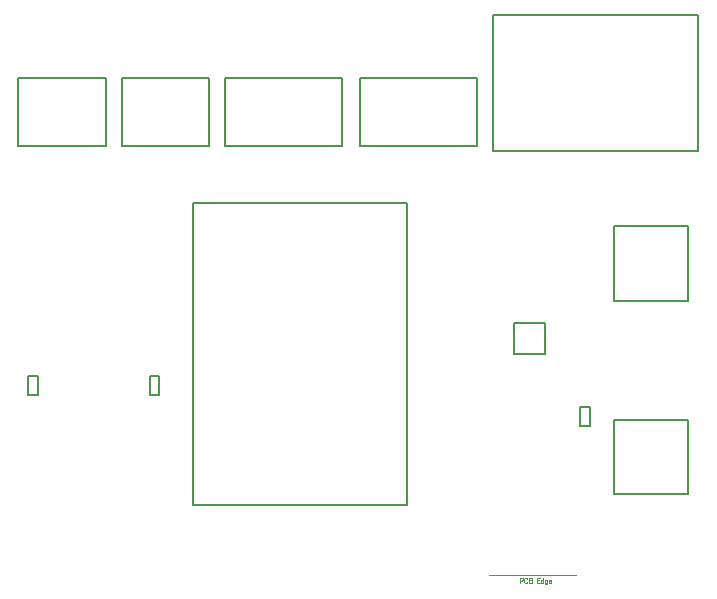
<source format=gbr>
%TF.GenerationSoftware,Altium Limited,Altium Designer,21.4.1 (30)*%
G04 Layer_Color=8388736*
%FSLAX25Y25*%
%MOIN*%
%TF.SameCoordinates,82249629-20A9-4E05-8B69-989CC10A5609*%
%TF.FilePolarity,Positive*%
%TF.FileFunction,Other,Top_3D_Body*%
%TF.Part,Single*%
G01*
G75*
%TA.AperFunction,NonConductor*%
%ADD44C,0.00787*%
%ADD65C,0.00394*%
%ADD66C,0.00200*%
D44*
X210598Y92598D02*
Y117402D01*
Y92598D02*
X235402D01*
Y117402D01*
X210598D02*
X235402D01*
X70335Y24398D02*
Y125185D01*
Y24398D02*
X141594D01*
Y125185D01*
X70335D02*
X141594D01*
X126012Y166705D02*
X164988D01*
Y144067D02*
Y166705D01*
X126012Y144067D02*
X164988D01*
X126012D02*
Y166705D01*
X46433D02*
X75567D01*
Y144067D02*
Y166705D01*
X46433Y144067D02*
X75567D01*
X46433D02*
Y166705D01*
X210598Y27984D02*
Y52787D01*
Y27984D02*
X235402D01*
Y52787D01*
X210598D02*
X235402D01*
X170248Y187638D02*
X238752D01*
Y142362D02*
Y187638D01*
X170248Y142362D02*
X238752D01*
X170248D02*
Y187638D01*
X199425Y50736D02*
Y57035D01*
X202575D01*
Y50736D02*
Y57035D01*
X199425Y50736D02*
X202575D01*
X81012Y144067D02*
Y166705D01*
Y144067D02*
X119988D01*
Y166705D01*
X81012D02*
X119988D01*
X187618Y74768D02*
Y85004D01*
X177382D02*
X187618D01*
X177382Y74768D02*
Y85004D01*
Y74768D02*
X187618D01*
X12012Y144000D02*
Y166638D01*
Y144000D02*
X41146D01*
Y166638D01*
X12012D02*
X41146D01*
X55925Y61106D02*
X59075D01*
Y67405D01*
X55925D02*
X59075D01*
X55925Y61106D02*
Y67405D01*
X15425Y61106D02*
X18575D01*
Y67405D01*
X15425D02*
X18575D01*
X15425Y61106D02*
Y67405D01*
D65*
X168933Y1150D02*
X198067D01*
D66*
X179169Y-727D02*
X179855D01*
X180083Y-650D01*
X180159Y-574D01*
X180236Y-422D01*
Y-193D01*
X180159Y-41D01*
X180083Y35D01*
X179855Y111D01*
X179169D01*
Y-1488D01*
X181736Y-269D02*
X181660Y-117D01*
X181508Y35D01*
X181356Y111D01*
X181051D01*
X180898Y35D01*
X180746Y-117D01*
X180670Y-269D01*
X180594Y-498D01*
Y-879D01*
X180670Y-1107D01*
X180746Y-1260D01*
X180898Y-1412D01*
X181051Y-1488D01*
X181356D01*
X181508Y-1412D01*
X181660Y-1260D01*
X181736Y-1107D01*
X182186Y111D02*
Y-1488D01*
Y111D02*
X182871D01*
X183100Y35D01*
X183176Y-41D01*
X183252Y-193D01*
Y-346D01*
X183176Y-498D01*
X183100Y-574D01*
X182871Y-650D01*
X182186D02*
X182871D01*
X183100Y-727D01*
X183176Y-803D01*
X183252Y-955D01*
Y-1183D01*
X183176Y-1336D01*
X183100Y-1412D01*
X182871Y-1488D01*
X182186D01*
X185857Y111D02*
X184867D01*
Y-1488D01*
X185857D01*
X184867Y-650D02*
X185477D01*
X187038Y111D02*
Y-1488D01*
Y-650D02*
X186886Y-498D01*
X186733Y-422D01*
X186505D01*
X186353Y-498D01*
X186200Y-650D01*
X186124Y-879D01*
Y-1031D01*
X186200Y-1260D01*
X186353Y-1412D01*
X186505Y-1488D01*
X186733D01*
X186886Y-1412D01*
X187038Y-1260D01*
X188379Y-422D02*
Y-1641D01*
X188303Y-1869D01*
X188226Y-1945D01*
X188074Y-2021D01*
X187846D01*
X187693Y-1945D01*
X188379Y-650D02*
X188226Y-498D01*
X188074Y-422D01*
X187846D01*
X187693Y-498D01*
X187541Y-650D01*
X187465Y-879D01*
Y-1031D01*
X187541Y-1260D01*
X187693Y-1412D01*
X187846Y-1488D01*
X188074D01*
X188226Y-1412D01*
X188379Y-1260D01*
X188805Y-879D02*
X189719D01*
Y-727D01*
X189643Y-574D01*
X189567Y-498D01*
X189415Y-422D01*
X189186D01*
X189034Y-498D01*
X188882Y-650D01*
X188805Y-879D01*
Y-1031D01*
X188882Y-1260D01*
X189034Y-1412D01*
X189186Y-1488D01*
X189415D01*
X189567Y-1412D01*
X189719Y-1260D01*
%TF.MD5,8b71df387e28dfe5bea39f73d6e747c1*%
M02*

</source>
